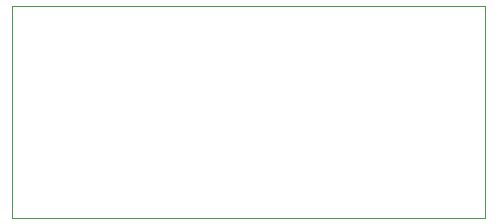
<source format=gbr>
%TF.GenerationSoftware,KiCad,Pcbnew,9.0.5*%
%TF.CreationDate,2025-10-20T01:08:57+02:00*%
%TF.ProjectId,T_umik-do-sondy-w-cz,5442756d-696b-42d6-946f-2d736f6e6479,rev?*%
%TF.SameCoordinates,Original*%
%TF.FileFunction,Profile,NP*%
%FSLAX46Y46*%
G04 Gerber Fmt 4.6, Leading zero omitted, Abs format (unit mm)*
G04 Created by KiCad (PCBNEW 9.0.5) date 2025-10-20 01:08:57*
%MOMM*%
%LPD*%
G01*
G04 APERTURE LIST*
%TA.AperFunction,Profile*%
%ADD10C,0.050000*%
%TD*%
G04 APERTURE END LIST*
D10*
X99800000Y-61600000D02*
X139800000Y-61600000D01*
X139800000Y-79600000D01*
X99800000Y-79600000D01*
X99800000Y-61600000D01*
M02*

</source>
